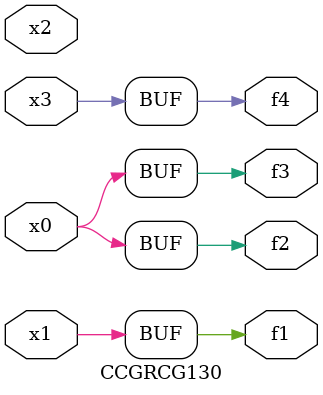
<source format=v>
module CCGRCG130(
	input x0, x1, x2, x3,
	output f1, f2, f3, f4
);
	assign f1 = x1;
	assign f2 = x0;
	assign f3 = x0;
	assign f4 = x3;
endmodule

</source>
